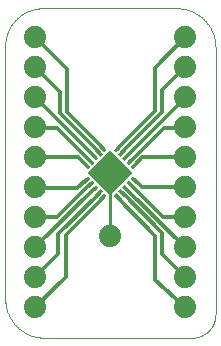
<source format=gtl>
G75*
%MOIN*%
%OFA0B0*%
%FSLAX25Y25*%
%IPPOS*%
%LPD*%
%AMOC8*
5,1,8,0,0,1.08239X$1,22.5*
%
%ADD10C,0.00000*%
%ADD11C,0.07400*%
%ADD12R,0.10630X0.10630*%
%ADD13R,0.02559X0.01181*%
%ADD14C,0.01200*%
%ADD15C,0.00984*%
D10*
X0001000Y0013992D02*
X0001000Y0098244D01*
X0001004Y0098548D01*
X0001015Y0098853D01*
X0001033Y0099157D01*
X0001059Y0099460D01*
X0001092Y0099763D01*
X0001132Y0100064D01*
X0001180Y0100365D01*
X0001235Y0100664D01*
X0001297Y0100962D01*
X0001366Y0101259D01*
X0001442Y0101554D01*
X0001526Y0101846D01*
X0001617Y0102137D01*
X0001714Y0102425D01*
X0001819Y0102711D01*
X0001930Y0102995D01*
X0002048Y0103275D01*
X0002173Y0103553D01*
X0002305Y0103827D01*
X0002443Y0104099D01*
X0002588Y0104366D01*
X0002739Y0104631D01*
X0002896Y0104891D01*
X0003060Y0105148D01*
X0003230Y0105400D01*
X0003406Y0105649D01*
X0003588Y0105893D01*
X0003776Y0106133D01*
X0003969Y0106368D01*
X0004168Y0106598D01*
X0004373Y0106823D01*
X0004583Y0107044D01*
X0004798Y0107259D01*
X0005019Y0107469D01*
X0005244Y0107674D01*
X0005474Y0107873D01*
X0005709Y0108066D01*
X0005949Y0108254D01*
X0006193Y0108436D01*
X0006442Y0108612D01*
X0006694Y0108782D01*
X0006951Y0108946D01*
X0007211Y0109103D01*
X0007476Y0109254D01*
X0007743Y0109399D01*
X0008015Y0109537D01*
X0008289Y0109669D01*
X0008567Y0109794D01*
X0008847Y0109912D01*
X0009131Y0110023D01*
X0009417Y0110128D01*
X0009705Y0110225D01*
X0009996Y0110316D01*
X0010288Y0110400D01*
X0010583Y0110476D01*
X0010880Y0110545D01*
X0011178Y0110607D01*
X0011477Y0110662D01*
X0011778Y0110710D01*
X0012079Y0110750D01*
X0012382Y0110783D01*
X0012685Y0110809D01*
X0012989Y0110827D01*
X0013294Y0110838D01*
X0013598Y0110842D01*
X0013598Y0110843D02*
X0058087Y0110843D01*
X0058087Y0110842D02*
X0058401Y0110838D01*
X0058715Y0110827D01*
X0059028Y0110808D01*
X0059341Y0110781D01*
X0059653Y0110747D01*
X0059964Y0110706D01*
X0060274Y0110657D01*
X0060583Y0110600D01*
X0060890Y0110536D01*
X0061196Y0110464D01*
X0061500Y0110386D01*
X0061802Y0110300D01*
X0062102Y0110206D01*
X0062399Y0110106D01*
X0062694Y0109998D01*
X0062986Y0109883D01*
X0063276Y0109761D01*
X0063562Y0109632D01*
X0063845Y0109496D01*
X0064125Y0109354D01*
X0064401Y0109205D01*
X0064673Y0109049D01*
X0064942Y0108886D01*
X0065207Y0108717D01*
X0065467Y0108542D01*
X0065724Y0108361D01*
X0065975Y0108173D01*
X0066222Y0107980D01*
X0066465Y0107780D01*
X0066702Y0107575D01*
X0066935Y0107364D01*
X0067162Y0107147D01*
X0067384Y0106925D01*
X0067601Y0106698D01*
X0067812Y0106465D01*
X0068017Y0106228D01*
X0068217Y0105985D01*
X0068410Y0105738D01*
X0068598Y0105487D01*
X0068779Y0105230D01*
X0068954Y0104970D01*
X0069123Y0104705D01*
X0069286Y0104436D01*
X0069442Y0104164D01*
X0069591Y0103888D01*
X0069733Y0103608D01*
X0069869Y0103325D01*
X0069998Y0103039D01*
X0070120Y0102749D01*
X0070235Y0102457D01*
X0070343Y0102162D01*
X0070443Y0101865D01*
X0070537Y0101565D01*
X0070623Y0101263D01*
X0070701Y0100959D01*
X0070773Y0100653D01*
X0070837Y0100346D01*
X0070894Y0100037D01*
X0070943Y0099727D01*
X0070984Y0099416D01*
X0071018Y0099104D01*
X0071045Y0098791D01*
X0071064Y0098478D01*
X0071075Y0098164D01*
X0071079Y0097850D01*
X0071079Y0008874D01*
X0071077Y0008684D01*
X0071070Y0008494D01*
X0071058Y0008304D01*
X0071042Y0008114D01*
X0071022Y0007925D01*
X0070996Y0007736D01*
X0070967Y0007548D01*
X0070932Y0007361D01*
X0070893Y0007175D01*
X0070850Y0006990D01*
X0070802Y0006805D01*
X0070750Y0006622D01*
X0070694Y0006441D01*
X0070633Y0006261D01*
X0070567Y0006082D01*
X0070498Y0005905D01*
X0070424Y0005729D01*
X0070346Y0005556D01*
X0070263Y0005384D01*
X0070177Y0005215D01*
X0070087Y0005047D01*
X0069992Y0004882D01*
X0069894Y0004719D01*
X0069791Y0004559D01*
X0069685Y0004401D01*
X0069575Y0004246D01*
X0069462Y0004093D01*
X0069344Y0003943D01*
X0069223Y0003797D01*
X0069099Y0003653D01*
X0068971Y0003512D01*
X0068840Y0003374D01*
X0068705Y0003239D01*
X0068567Y0003108D01*
X0068426Y0002980D01*
X0068282Y0002856D01*
X0068136Y0002735D01*
X0067986Y0002617D01*
X0067833Y0002504D01*
X0067678Y0002394D01*
X0067520Y0002288D01*
X0067360Y0002185D01*
X0067197Y0002087D01*
X0067032Y0001992D01*
X0066864Y0001902D01*
X0066695Y0001816D01*
X0066523Y0001733D01*
X0066350Y0001655D01*
X0066174Y0001581D01*
X0065997Y0001512D01*
X0065818Y0001446D01*
X0065638Y0001385D01*
X0065457Y0001329D01*
X0065274Y0001277D01*
X0065089Y0001229D01*
X0064904Y0001186D01*
X0064718Y0001147D01*
X0064531Y0001112D01*
X0064343Y0001083D01*
X0064154Y0001057D01*
X0063965Y0001037D01*
X0063775Y0001021D01*
X0063585Y0001009D01*
X0063395Y0001002D01*
X0063205Y0001000D01*
X0013992Y0001000D01*
X0013678Y0001004D01*
X0013364Y0001015D01*
X0013051Y0001034D01*
X0012738Y0001061D01*
X0012426Y0001095D01*
X0012115Y0001136D01*
X0011805Y0001185D01*
X0011496Y0001242D01*
X0011189Y0001306D01*
X0010883Y0001378D01*
X0010579Y0001456D01*
X0010277Y0001542D01*
X0009977Y0001636D01*
X0009680Y0001736D01*
X0009385Y0001844D01*
X0009093Y0001959D01*
X0008803Y0002081D01*
X0008517Y0002210D01*
X0008234Y0002346D01*
X0007954Y0002488D01*
X0007678Y0002637D01*
X0007406Y0002793D01*
X0007137Y0002956D01*
X0006872Y0003125D01*
X0006612Y0003300D01*
X0006355Y0003481D01*
X0006104Y0003669D01*
X0005857Y0003862D01*
X0005614Y0004062D01*
X0005377Y0004267D01*
X0005144Y0004478D01*
X0004917Y0004695D01*
X0004695Y0004917D01*
X0004478Y0005144D01*
X0004267Y0005377D01*
X0004062Y0005614D01*
X0003862Y0005857D01*
X0003669Y0006104D01*
X0003481Y0006355D01*
X0003300Y0006612D01*
X0003125Y0006872D01*
X0002956Y0007137D01*
X0002793Y0007406D01*
X0002637Y0007678D01*
X0002488Y0007954D01*
X0002346Y0008234D01*
X0002210Y0008517D01*
X0002081Y0008803D01*
X0001959Y0009093D01*
X0001844Y0009385D01*
X0001736Y0009680D01*
X0001636Y0009977D01*
X0001542Y0010277D01*
X0001456Y0010579D01*
X0001378Y0010883D01*
X0001306Y0011189D01*
X0001242Y0011496D01*
X0001185Y0011805D01*
X0001136Y0012115D01*
X0001095Y0012426D01*
X0001061Y0012738D01*
X0001034Y0013051D01*
X0001015Y0013364D01*
X0001004Y0013678D01*
X0001000Y0013992D01*
X0029847Y0056000D02*
X0029849Y0056069D01*
X0029855Y0056137D01*
X0029865Y0056205D01*
X0029879Y0056272D01*
X0029897Y0056339D01*
X0029918Y0056404D01*
X0029944Y0056468D01*
X0029973Y0056530D01*
X0030005Y0056590D01*
X0030041Y0056649D01*
X0030081Y0056705D01*
X0030123Y0056759D01*
X0030169Y0056810D01*
X0030218Y0056859D01*
X0030269Y0056905D01*
X0030323Y0056947D01*
X0030379Y0056987D01*
X0030437Y0057023D01*
X0030498Y0057055D01*
X0030560Y0057084D01*
X0030624Y0057110D01*
X0030689Y0057131D01*
X0030756Y0057149D01*
X0030823Y0057163D01*
X0030891Y0057173D01*
X0030959Y0057179D01*
X0031028Y0057181D01*
X0031097Y0057179D01*
X0031165Y0057173D01*
X0031233Y0057163D01*
X0031300Y0057149D01*
X0031367Y0057131D01*
X0031432Y0057110D01*
X0031496Y0057084D01*
X0031558Y0057055D01*
X0031618Y0057023D01*
X0031677Y0056987D01*
X0031733Y0056947D01*
X0031787Y0056905D01*
X0031838Y0056859D01*
X0031887Y0056810D01*
X0031933Y0056759D01*
X0031975Y0056705D01*
X0032015Y0056649D01*
X0032051Y0056590D01*
X0032083Y0056530D01*
X0032112Y0056468D01*
X0032138Y0056404D01*
X0032159Y0056339D01*
X0032177Y0056272D01*
X0032191Y0056205D01*
X0032201Y0056137D01*
X0032207Y0056069D01*
X0032209Y0056000D01*
X0032207Y0055931D01*
X0032201Y0055863D01*
X0032191Y0055795D01*
X0032177Y0055728D01*
X0032159Y0055661D01*
X0032138Y0055596D01*
X0032112Y0055532D01*
X0032083Y0055470D01*
X0032051Y0055409D01*
X0032015Y0055351D01*
X0031975Y0055295D01*
X0031933Y0055241D01*
X0031887Y0055190D01*
X0031838Y0055141D01*
X0031787Y0055095D01*
X0031733Y0055053D01*
X0031677Y0055013D01*
X0031619Y0054977D01*
X0031558Y0054945D01*
X0031496Y0054916D01*
X0031432Y0054890D01*
X0031367Y0054869D01*
X0031300Y0054851D01*
X0031233Y0054837D01*
X0031165Y0054827D01*
X0031097Y0054821D01*
X0031028Y0054819D01*
X0030959Y0054821D01*
X0030891Y0054827D01*
X0030823Y0054837D01*
X0030756Y0054851D01*
X0030689Y0054869D01*
X0030624Y0054890D01*
X0030560Y0054916D01*
X0030498Y0054945D01*
X0030437Y0054977D01*
X0030379Y0055013D01*
X0030323Y0055053D01*
X0030269Y0055095D01*
X0030218Y0055141D01*
X0030169Y0055190D01*
X0030123Y0055241D01*
X0030081Y0055295D01*
X0030041Y0055351D01*
X0030005Y0055409D01*
X0029973Y0055470D01*
X0029944Y0055532D01*
X0029918Y0055596D01*
X0029897Y0055661D01*
X0029879Y0055728D01*
X0029865Y0055795D01*
X0029855Y0055863D01*
X0029849Y0055931D01*
X0029847Y0056000D01*
X0034858Y0061011D02*
X0034860Y0061080D01*
X0034866Y0061148D01*
X0034876Y0061216D01*
X0034890Y0061283D01*
X0034908Y0061350D01*
X0034929Y0061415D01*
X0034955Y0061479D01*
X0034984Y0061541D01*
X0035016Y0061601D01*
X0035052Y0061660D01*
X0035092Y0061716D01*
X0035134Y0061770D01*
X0035180Y0061821D01*
X0035229Y0061870D01*
X0035280Y0061916D01*
X0035334Y0061958D01*
X0035390Y0061998D01*
X0035448Y0062034D01*
X0035509Y0062066D01*
X0035571Y0062095D01*
X0035635Y0062121D01*
X0035700Y0062142D01*
X0035767Y0062160D01*
X0035834Y0062174D01*
X0035902Y0062184D01*
X0035970Y0062190D01*
X0036039Y0062192D01*
X0036108Y0062190D01*
X0036176Y0062184D01*
X0036244Y0062174D01*
X0036311Y0062160D01*
X0036378Y0062142D01*
X0036443Y0062121D01*
X0036507Y0062095D01*
X0036569Y0062066D01*
X0036629Y0062034D01*
X0036688Y0061998D01*
X0036744Y0061958D01*
X0036798Y0061916D01*
X0036849Y0061870D01*
X0036898Y0061821D01*
X0036944Y0061770D01*
X0036986Y0061716D01*
X0037026Y0061660D01*
X0037062Y0061601D01*
X0037094Y0061541D01*
X0037123Y0061479D01*
X0037149Y0061415D01*
X0037170Y0061350D01*
X0037188Y0061283D01*
X0037202Y0061216D01*
X0037212Y0061148D01*
X0037218Y0061080D01*
X0037220Y0061011D01*
X0037218Y0060942D01*
X0037212Y0060874D01*
X0037202Y0060806D01*
X0037188Y0060739D01*
X0037170Y0060672D01*
X0037149Y0060607D01*
X0037123Y0060543D01*
X0037094Y0060481D01*
X0037062Y0060420D01*
X0037026Y0060362D01*
X0036986Y0060306D01*
X0036944Y0060252D01*
X0036898Y0060201D01*
X0036849Y0060152D01*
X0036798Y0060106D01*
X0036744Y0060064D01*
X0036688Y0060024D01*
X0036630Y0059988D01*
X0036569Y0059956D01*
X0036507Y0059927D01*
X0036443Y0059901D01*
X0036378Y0059880D01*
X0036311Y0059862D01*
X0036244Y0059848D01*
X0036176Y0059838D01*
X0036108Y0059832D01*
X0036039Y0059830D01*
X0035970Y0059832D01*
X0035902Y0059838D01*
X0035834Y0059848D01*
X0035767Y0059862D01*
X0035700Y0059880D01*
X0035635Y0059901D01*
X0035571Y0059927D01*
X0035509Y0059956D01*
X0035448Y0059988D01*
X0035390Y0060024D01*
X0035334Y0060064D01*
X0035280Y0060106D01*
X0035229Y0060152D01*
X0035180Y0060201D01*
X0035134Y0060252D01*
X0035092Y0060306D01*
X0035052Y0060362D01*
X0035016Y0060420D01*
X0034984Y0060481D01*
X0034955Y0060543D01*
X0034929Y0060607D01*
X0034908Y0060672D01*
X0034890Y0060739D01*
X0034876Y0060806D01*
X0034866Y0060874D01*
X0034860Y0060942D01*
X0034858Y0061011D01*
X0039869Y0056000D02*
X0039871Y0056069D01*
X0039877Y0056137D01*
X0039887Y0056205D01*
X0039901Y0056272D01*
X0039919Y0056339D01*
X0039940Y0056404D01*
X0039966Y0056468D01*
X0039995Y0056530D01*
X0040027Y0056590D01*
X0040063Y0056649D01*
X0040103Y0056705D01*
X0040145Y0056759D01*
X0040191Y0056810D01*
X0040240Y0056859D01*
X0040291Y0056905D01*
X0040345Y0056947D01*
X0040401Y0056987D01*
X0040459Y0057023D01*
X0040520Y0057055D01*
X0040582Y0057084D01*
X0040646Y0057110D01*
X0040711Y0057131D01*
X0040778Y0057149D01*
X0040845Y0057163D01*
X0040913Y0057173D01*
X0040981Y0057179D01*
X0041050Y0057181D01*
X0041119Y0057179D01*
X0041187Y0057173D01*
X0041255Y0057163D01*
X0041322Y0057149D01*
X0041389Y0057131D01*
X0041454Y0057110D01*
X0041518Y0057084D01*
X0041580Y0057055D01*
X0041640Y0057023D01*
X0041699Y0056987D01*
X0041755Y0056947D01*
X0041809Y0056905D01*
X0041860Y0056859D01*
X0041909Y0056810D01*
X0041955Y0056759D01*
X0041997Y0056705D01*
X0042037Y0056649D01*
X0042073Y0056590D01*
X0042105Y0056530D01*
X0042134Y0056468D01*
X0042160Y0056404D01*
X0042181Y0056339D01*
X0042199Y0056272D01*
X0042213Y0056205D01*
X0042223Y0056137D01*
X0042229Y0056069D01*
X0042231Y0056000D01*
X0042229Y0055931D01*
X0042223Y0055863D01*
X0042213Y0055795D01*
X0042199Y0055728D01*
X0042181Y0055661D01*
X0042160Y0055596D01*
X0042134Y0055532D01*
X0042105Y0055470D01*
X0042073Y0055409D01*
X0042037Y0055351D01*
X0041997Y0055295D01*
X0041955Y0055241D01*
X0041909Y0055190D01*
X0041860Y0055141D01*
X0041809Y0055095D01*
X0041755Y0055053D01*
X0041699Y0055013D01*
X0041641Y0054977D01*
X0041580Y0054945D01*
X0041518Y0054916D01*
X0041454Y0054890D01*
X0041389Y0054869D01*
X0041322Y0054851D01*
X0041255Y0054837D01*
X0041187Y0054827D01*
X0041119Y0054821D01*
X0041050Y0054819D01*
X0040981Y0054821D01*
X0040913Y0054827D01*
X0040845Y0054837D01*
X0040778Y0054851D01*
X0040711Y0054869D01*
X0040646Y0054890D01*
X0040582Y0054916D01*
X0040520Y0054945D01*
X0040459Y0054977D01*
X0040401Y0055013D01*
X0040345Y0055053D01*
X0040291Y0055095D01*
X0040240Y0055141D01*
X0040191Y0055190D01*
X0040145Y0055241D01*
X0040103Y0055295D01*
X0040063Y0055351D01*
X0040027Y0055409D01*
X0039995Y0055470D01*
X0039966Y0055532D01*
X0039940Y0055596D01*
X0039919Y0055661D01*
X0039901Y0055728D01*
X0039887Y0055795D01*
X0039877Y0055863D01*
X0039871Y0055931D01*
X0039869Y0056000D01*
X0034858Y0050989D02*
X0034860Y0051058D01*
X0034866Y0051126D01*
X0034876Y0051194D01*
X0034890Y0051261D01*
X0034908Y0051328D01*
X0034929Y0051393D01*
X0034955Y0051457D01*
X0034984Y0051519D01*
X0035016Y0051579D01*
X0035052Y0051638D01*
X0035092Y0051694D01*
X0035134Y0051748D01*
X0035180Y0051799D01*
X0035229Y0051848D01*
X0035280Y0051894D01*
X0035334Y0051936D01*
X0035390Y0051976D01*
X0035448Y0052012D01*
X0035509Y0052044D01*
X0035571Y0052073D01*
X0035635Y0052099D01*
X0035700Y0052120D01*
X0035767Y0052138D01*
X0035834Y0052152D01*
X0035902Y0052162D01*
X0035970Y0052168D01*
X0036039Y0052170D01*
X0036108Y0052168D01*
X0036176Y0052162D01*
X0036244Y0052152D01*
X0036311Y0052138D01*
X0036378Y0052120D01*
X0036443Y0052099D01*
X0036507Y0052073D01*
X0036569Y0052044D01*
X0036629Y0052012D01*
X0036688Y0051976D01*
X0036744Y0051936D01*
X0036798Y0051894D01*
X0036849Y0051848D01*
X0036898Y0051799D01*
X0036944Y0051748D01*
X0036986Y0051694D01*
X0037026Y0051638D01*
X0037062Y0051579D01*
X0037094Y0051519D01*
X0037123Y0051457D01*
X0037149Y0051393D01*
X0037170Y0051328D01*
X0037188Y0051261D01*
X0037202Y0051194D01*
X0037212Y0051126D01*
X0037218Y0051058D01*
X0037220Y0050989D01*
X0037218Y0050920D01*
X0037212Y0050852D01*
X0037202Y0050784D01*
X0037188Y0050717D01*
X0037170Y0050650D01*
X0037149Y0050585D01*
X0037123Y0050521D01*
X0037094Y0050459D01*
X0037062Y0050398D01*
X0037026Y0050340D01*
X0036986Y0050284D01*
X0036944Y0050230D01*
X0036898Y0050179D01*
X0036849Y0050130D01*
X0036798Y0050084D01*
X0036744Y0050042D01*
X0036688Y0050002D01*
X0036630Y0049966D01*
X0036569Y0049934D01*
X0036507Y0049905D01*
X0036443Y0049879D01*
X0036378Y0049858D01*
X0036311Y0049840D01*
X0036244Y0049826D01*
X0036176Y0049816D01*
X0036108Y0049810D01*
X0036039Y0049808D01*
X0035970Y0049810D01*
X0035902Y0049816D01*
X0035834Y0049826D01*
X0035767Y0049840D01*
X0035700Y0049858D01*
X0035635Y0049879D01*
X0035571Y0049905D01*
X0035509Y0049934D01*
X0035448Y0049966D01*
X0035390Y0050002D01*
X0035334Y0050042D01*
X0035280Y0050084D01*
X0035229Y0050130D01*
X0035180Y0050179D01*
X0035134Y0050230D01*
X0035092Y0050284D01*
X0035052Y0050340D01*
X0035016Y0050398D01*
X0034984Y0050459D01*
X0034955Y0050521D01*
X0034929Y0050585D01*
X0034908Y0050650D01*
X0034890Y0050717D01*
X0034876Y0050784D01*
X0034866Y0050852D01*
X0034860Y0050920D01*
X0034858Y0050989D01*
D11*
X0036039Y0035055D03*
X0061039Y0031118D03*
X0061039Y0021118D03*
X0061039Y0011118D03*
X0061039Y0041118D03*
X0061039Y0051118D03*
X0061039Y0061118D03*
X0061039Y0071118D03*
X0061039Y0081118D03*
X0061039Y0091118D03*
X0061039Y0101118D03*
X0011039Y0101118D03*
X0011039Y0091118D03*
X0011039Y0081118D03*
X0011039Y0071118D03*
X0011039Y0061118D03*
X0011039Y0051118D03*
X0011039Y0041118D03*
X0011039Y0031118D03*
X0011039Y0021118D03*
X0011039Y0011118D03*
D12*
G36*
X0036039Y0063516D02*
X0043555Y0056000D01*
X0036039Y0048484D01*
X0028523Y0056000D01*
X0036039Y0063516D01*
G37*
D13*
G36*
X0039866Y0064560D02*
X0038058Y0062752D01*
X0037224Y0063586D01*
X0039032Y0065394D01*
X0039866Y0064560D01*
G37*
G36*
X0041258Y0063168D02*
X0039450Y0061360D01*
X0038616Y0062194D01*
X0040424Y0064002D01*
X0041258Y0063168D01*
G37*
G36*
X0042650Y0061776D02*
X0040842Y0059968D01*
X0040008Y0060802D01*
X0041816Y0062610D01*
X0042650Y0061776D01*
G37*
G36*
X0041400Y0059410D02*
X0043208Y0061218D01*
X0044042Y0060384D01*
X0042234Y0058576D01*
X0041400Y0059410D01*
G37*
G36*
X0045434Y0058992D02*
X0043626Y0057184D01*
X0042792Y0058018D01*
X0044600Y0059826D01*
X0045434Y0058992D01*
G37*
G36*
X0044600Y0052174D02*
X0042792Y0053982D01*
X0043626Y0054816D01*
X0045434Y0053008D01*
X0044600Y0052174D01*
G37*
G36*
X0043208Y0050782D02*
X0041400Y0052590D01*
X0042234Y0053424D01*
X0044042Y0051616D01*
X0043208Y0050782D01*
G37*
G36*
X0041816Y0049390D02*
X0040008Y0051198D01*
X0040842Y0052032D01*
X0042650Y0050224D01*
X0041816Y0049390D01*
G37*
G36*
X0039450Y0050640D02*
X0041258Y0048832D01*
X0040424Y0047998D01*
X0038616Y0049806D01*
X0039450Y0050640D01*
G37*
G36*
X0038058Y0049248D02*
X0039866Y0047440D01*
X0039032Y0046606D01*
X0037224Y0048414D01*
X0038058Y0049248D01*
G37*
G36*
X0034855Y0048414D02*
X0033047Y0046606D01*
X0032213Y0047440D01*
X0034021Y0049248D01*
X0034855Y0048414D01*
G37*
G36*
X0033463Y0049806D02*
X0031655Y0047998D01*
X0030821Y0048832D01*
X0032629Y0050640D01*
X0033463Y0049806D01*
G37*
G36*
X0029429Y0050224D02*
X0031237Y0052032D01*
X0032071Y0051198D01*
X0030263Y0049390D01*
X0029429Y0050224D01*
G37*
G36*
X0028037Y0051616D02*
X0029845Y0053424D01*
X0030679Y0052590D01*
X0028871Y0050782D01*
X0028037Y0051616D01*
G37*
G36*
X0026645Y0053008D02*
X0028453Y0054816D01*
X0029287Y0053982D01*
X0027479Y0052174D01*
X0026645Y0053008D01*
G37*
G36*
X0027479Y0059826D02*
X0029287Y0058018D01*
X0028453Y0057184D01*
X0026645Y0058992D01*
X0027479Y0059826D01*
G37*
G36*
X0029845Y0058576D02*
X0028037Y0060384D01*
X0028871Y0061218D01*
X0030679Y0059410D01*
X0029845Y0058576D01*
G37*
G36*
X0031237Y0059968D02*
X0029429Y0061776D01*
X0030263Y0062610D01*
X0032071Y0060802D01*
X0031237Y0059968D01*
G37*
G36*
X0032629Y0061360D02*
X0030821Y0063168D01*
X0031655Y0064002D01*
X0033463Y0062194D01*
X0032629Y0061360D01*
G37*
G36*
X0034021Y0062752D02*
X0032213Y0064560D01*
X0033047Y0065394D01*
X0034855Y0063586D01*
X0034021Y0062752D01*
G37*
D14*
X0033534Y0064073D02*
X0033534Y0064135D01*
X0021472Y0076197D01*
X0021472Y0090685D01*
X0011039Y0101118D01*
X0011039Y0091118D02*
X0019110Y0083047D01*
X0019110Y0075803D01*
X0032142Y0062771D01*
X0032142Y0062681D01*
X0030750Y0061407D02*
X0011039Y0081118D01*
X0011039Y0071118D02*
X0011079Y0071079D01*
X0018323Y0071079D01*
X0029358Y0060044D01*
X0029358Y0059897D01*
X0027966Y0058505D02*
X0025353Y0061118D01*
X0011039Y0061118D01*
X0011039Y0051118D02*
X0011551Y0051000D01*
X0025016Y0051000D01*
X0027904Y0053495D01*
X0027966Y0053495D01*
X0029268Y0052103D02*
X0018323Y0041157D01*
X0011079Y0041157D01*
X0011039Y0041118D01*
X0011039Y0031118D02*
X0030632Y0050711D01*
X0030750Y0050711D01*
X0029358Y0052103D02*
X0029268Y0052103D01*
X0032142Y0049319D02*
X0032142Y0049071D01*
X0018717Y0035646D01*
X0018717Y0028795D01*
X0011039Y0021118D01*
X0011039Y0011118D02*
X0021079Y0021157D01*
X0021079Y0035252D01*
X0033534Y0047707D01*
X0033534Y0047927D01*
X0038545Y0047927D02*
X0038545Y0047707D01*
X0051000Y0034858D01*
X0051000Y0020370D01*
X0061039Y0011118D01*
X0061039Y0021118D02*
X0053362Y0028795D01*
X0053362Y0036039D01*
X0040083Y0049319D01*
X0039937Y0049319D01*
X0041329Y0050711D02*
X0060921Y0031118D01*
X0061039Y0031118D01*
X0061039Y0041118D02*
X0053705Y0041118D01*
X0042721Y0052103D01*
X0044113Y0053495D02*
X0046489Y0051118D01*
X0061039Y0051118D01*
X0061039Y0061118D02*
X0046725Y0061118D01*
X0044113Y0058505D01*
X0042968Y0059897D02*
X0053756Y0071079D01*
X0060606Y0071079D01*
X0061039Y0071118D01*
X0061039Y0081000D02*
X0041329Y0061289D01*
X0042721Y0059897D02*
X0042968Y0059897D01*
X0039937Y0062681D02*
X0039937Y0062771D01*
X0053362Y0076197D01*
X0053362Y0083441D01*
X0061039Y0091118D01*
X0061039Y0081118D02*
X0061039Y0081000D01*
X0051000Y0076591D02*
X0051000Y0091079D01*
X0061039Y0101118D01*
X0051000Y0076591D02*
X0038545Y0064135D01*
X0038545Y0064073D01*
X0030750Y0061407D02*
X0030750Y0061289D01*
D15*
X0036039Y0056000D02*
X0036039Y0035055D01*
M02*

</source>
